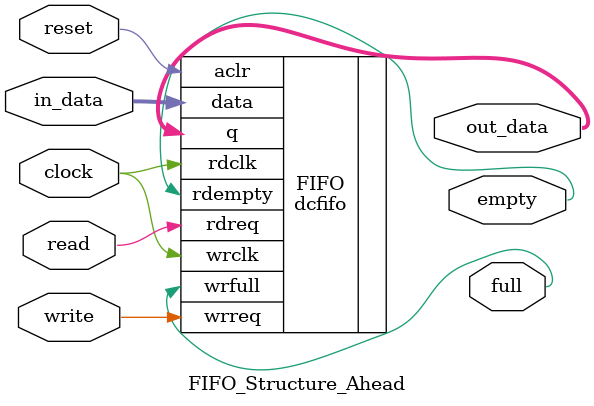
<source format=v>
`timescale 1ns / 1ps

module FIFO_Structure_Ahead (
    input               clock,
    input               write,
    input               read,
    input [7:0]         in_data,
    input               reset,

    output              full,
    output              empty,
    output [7:0]        out_data
);


    dcfifo #(
        .intended_device_family ("Cyclone IV"),
        .lpm_type               ("dcfifo"),
        .lpm_width              (8),
        .lpm_numwords           (16),
        .lpm_showahead          ("ON"),
        .overflow_checking      ("ON"),
        .underflow_checking     ("ON"),
        .clocks_are_synchronized("TRUE")
    ) FIFO (
        .rdclk                  (clock),
        .wrclk                  (clock),
        .data                   (in_data),
        .wrreq                  (write),
        .rdreq                  (read),
        .q                      (out_data),
        .rdempty                (empty),
        .wrfull                 (full),
        .aclr                   (reset)
    );

endmodule // FIFO_Structure

</source>
